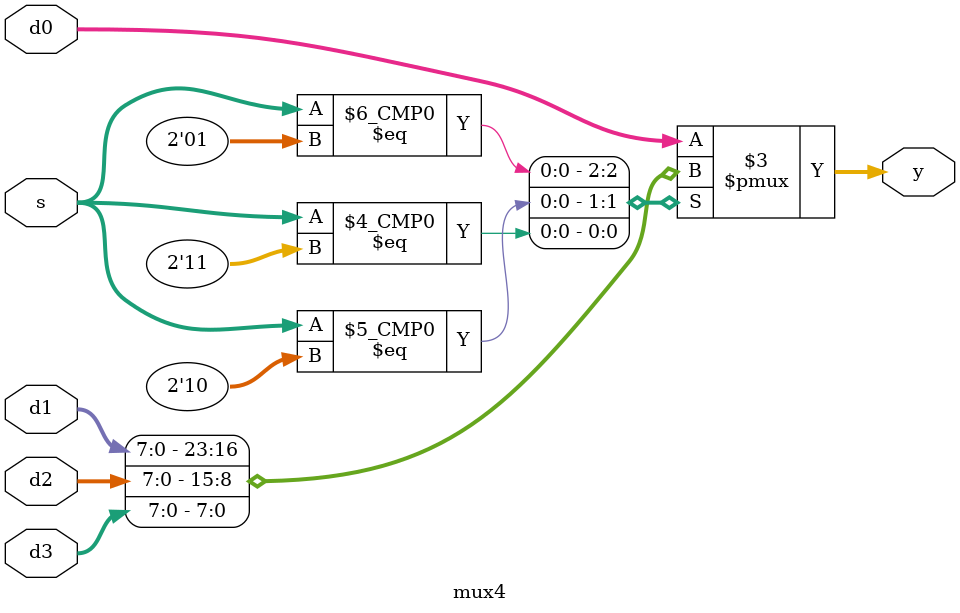
<source format=v>
module mux4 #(parameter WIDTH = 8) (
	input	[WIDTH-1:0]	d0, d1, d2, d3,
	input	[1:0]		s, 
	output reg	[WIDTH-1:0]	y );

	always@(*) 
		case (s)
			2'b01:		y <= d1;
			2'b10:		y <= d2;
			2'b11:		y <= d3;
			default:	y <= d0;
		endcase
	
endmodule

</source>
